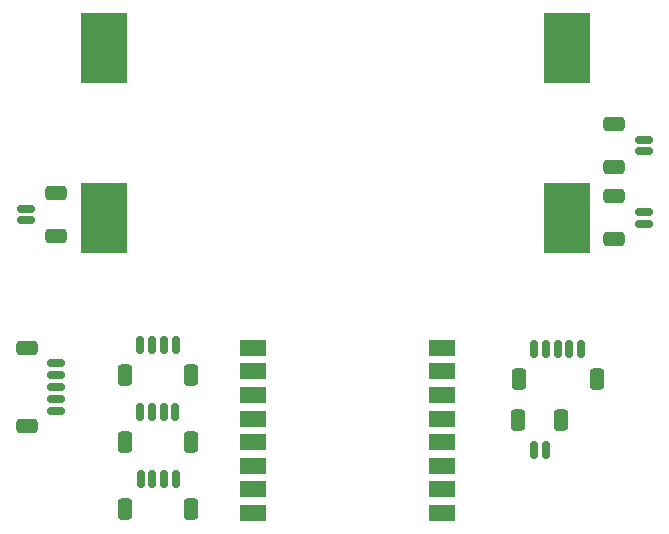
<source format=gbr>
%TF.GenerationSoftware,KiCad,Pcbnew,9.0.2*%
%TF.CreationDate,2025-09-10T19:31:46+05:30*%
%TF.ProjectId,ProDoc_Board1_2025-09-03,50726f44-6f63-45f4-926f-617264315f32,rev?*%
%TF.SameCoordinates,Original*%
%TF.FileFunction,Paste,Top*%
%TF.FilePolarity,Positive*%
%FSLAX46Y46*%
G04 Gerber Fmt 4.6, Leading zero omitted, Abs format (unit mm)*
G04 Created by KiCad (PCBNEW 9.0.2) date 2025-09-10 19:31:46*
%MOMM*%
%LPD*%
G01*
G04 APERTURE LIST*
G04 Aperture macros list*
%AMRoundRect*
0 Rectangle with rounded corners*
0 $1 Rounding radius*
0 $2 $3 $4 $5 $6 $7 $8 $9 X,Y pos of 4 corners*
0 Add a 4 corners polygon primitive as box body*
4,1,4,$2,$3,$4,$5,$6,$7,$8,$9,$2,$3,0*
0 Add four circle primitives for the rounded corners*
1,1,$1+$1,$2,$3*
1,1,$1+$1,$4,$5*
1,1,$1+$1,$6,$7*
1,1,$1+$1,$8,$9*
0 Add four rect primitives between the rounded corners*
20,1,$1+$1,$2,$3,$4,$5,0*
20,1,$1+$1,$4,$5,$6,$7,0*
20,1,$1+$1,$6,$7,$8,$9,0*
20,1,$1+$1,$8,$9,$2,$3,0*%
G04 Aperture macros list end*
%ADD10R,4.000000X6.000000*%
%ADD11RoundRect,0.150000X0.150000X0.625000X-0.150000X0.625000X-0.150000X-0.625000X0.150000X-0.625000X0*%
%ADD12RoundRect,0.250000X0.350000X0.650000X-0.350000X0.650000X-0.350000X-0.650000X0.350000X-0.650000X0*%
%ADD13RoundRect,0.150000X0.625000X-0.150000X0.625000X0.150000X-0.625000X0.150000X-0.625000X-0.150000X0*%
%ADD14RoundRect,0.250000X0.650000X-0.350000X0.650000X0.350000X-0.650000X0.350000X-0.650000X-0.350000X0*%
%ADD15RoundRect,0.150000X-0.150000X-0.625000X0.150000X-0.625000X0.150000X0.625000X-0.150000X0.625000X0*%
%ADD16RoundRect,0.250000X-0.350000X-0.650000X0.350000X-0.650000X0.350000X0.650000X-0.350000X0.650000X0*%
%ADD17RoundRect,0.250000X-0.650000X0.350000X-0.650000X-0.350000X0.650000X-0.350000X0.650000X0.350000X0*%
%ADD18RoundRect,0.150000X-0.625000X0.150000X-0.625000X-0.150000X0.625000X-0.150000X0.625000X0.150000X0*%
%ADD19R,2.200000X1.400000*%
G04 APERTURE END LIST*
D10*
%TO.C,U4*%
X132655000Y-79090000D03*
X132655000Y-93490000D03*
X171825000Y-79090000D03*
X171825000Y-93490000D03*
%TD*%
D11*
%TO.C,CN4*%
X138740000Y-115600000D03*
X137740000Y-115600000D03*
X136740000Y-115600000D03*
X135740000Y-115600000D03*
D12*
X140040000Y-118125000D03*
X134440000Y-118125000D03*
%TD*%
D11*
%TO.C,CN2*%
X138710000Y-104210000D03*
X137710000Y-104210000D03*
X136710000Y-104210000D03*
X135710000Y-104210000D03*
D12*
X140010000Y-106735000D03*
X134410000Y-106735000D03*
%TD*%
D13*
%TO.C,J1*%
X128615000Y-109775000D03*
X128615000Y-108775000D03*
X128615000Y-107775000D03*
X128615000Y-106775000D03*
X128615000Y-105775000D03*
D14*
X126090000Y-111075000D03*
X126090000Y-104475000D03*
%TD*%
%TO.C,CN10*%
X175817400Y-85530000D03*
X175817400Y-89130000D03*
D13*
X178342400Y-86830000D03*
X178342400Y-87830000D03*
%TD*%
D11*
%TO.C,CN7*%
X173050000Y-104540000D03*
X172050000Y-104540000D03*
X171050000Y-104540000D03*
X170050000Y-104540000D03*
X169050000Y-104540000D03*
D12*
X174350000Y-107065000D03*
X167750000Y-107065000D03*
%TD*%
D15*
%TO.C,CN8*%
X169030000Y-113070000D03*
X170030000Y-113070000D03*
D16*
X167730000Y-110545000D03*
X171330000Y-110545000D03*
%TD*%
D11*
%TO.C,CN3*%
X138700000Y-109870000D03*
X137700000Y-109870000D03*
X136700000Y-109870000D03*
X135700000Y-109870000D03*
D12*
X140000000Y-112395000D03*
X134400000Y-112395000D03*
%TD*%
D17*
%TO.C,CN9*%
X128600000Y-94965000D03*
X128600000Y-91365000D03*
D18*
X126075000Y-93665000D03*
X126075000Y-92665000D03*
%TD*%
D19*
%TO.C,U3*%
X145290000Y-104440000D03*
X145290000Y-106440000D03*
X145290000Y-108440000D03*
X145290000Y-110440000D03*
X145290000Y-112440000D03*
X145290000Y-114440000D03*
X145290000Y-116440000D03*
X145290000Y-118440000D03*
X161290000Y-118440000D03*
X161290000Y-116440000D03*
X161290000Y-114440000D03*
X161290000Y-112440000D03*
X161290000Y-110440000D03*
X161290000Y-108440000D03*
X161290000Y-106441500D03*
X161290000Y-104440000D03*
%TD*%
D14*
%TO.C,CN11*%
X175805000Y-91640000D03*
X175805000Y-95240000D03*
D13*
X178330000Y-92940000D03*
X178330000Y-93940000D03*
%TD*%
M02*

</source>
